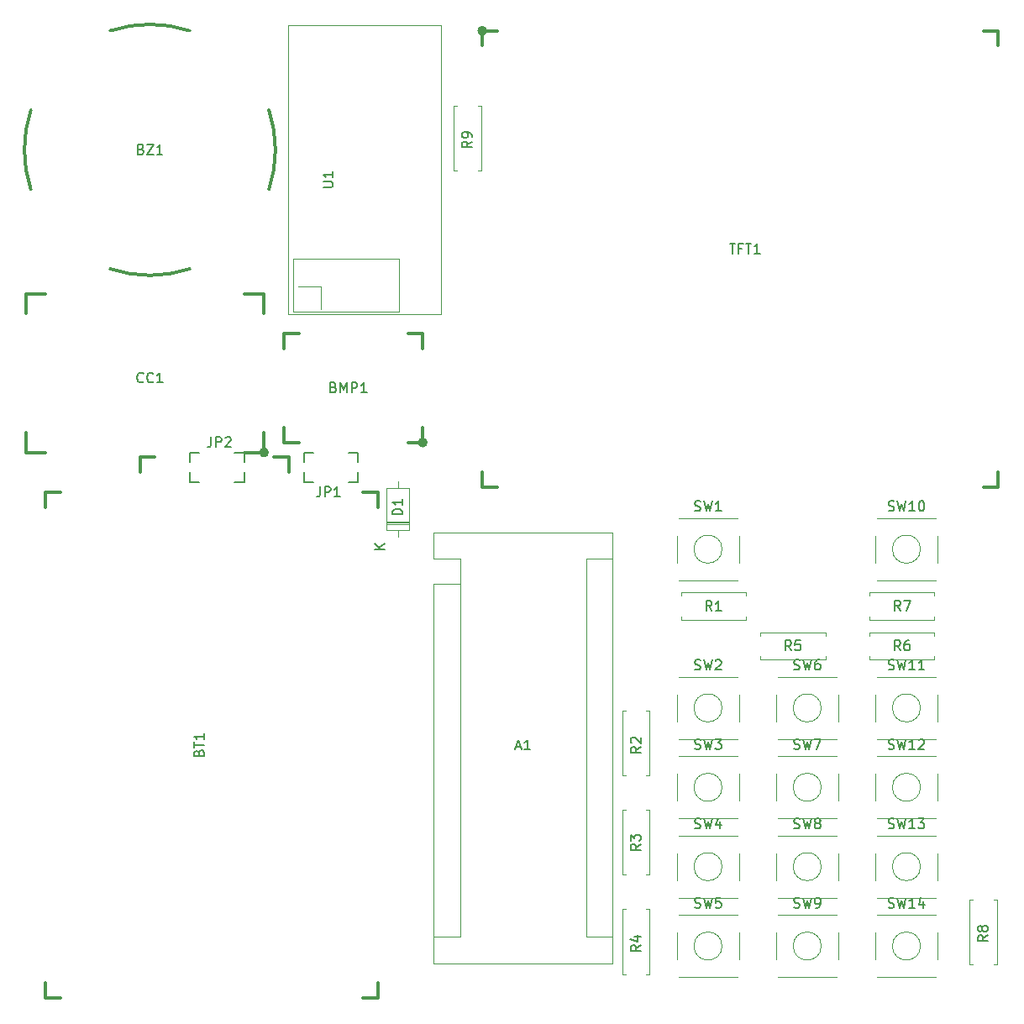
<source format=gbr>
G04 #@! TF.GenerationSoftware,KiCad,Pcbnew,5.0.1*
G04 #@! TF.CreationDate,2019-02-23T17:19:51+01:00*
G04 #@! TF.ProjectId,arduinowalkietalkie,61726475696E6F77616C6B696574616C,1.1*
G04 #@! TF.SameCoordinates,Original*
G04 #@! TF.FileFunction,Legend,Top*
G04 #@! TF.FilePolarity,Positive*
%FSLAX46Y46*%
G04 Gerber Fmt 4.6, Leading zero omitted, Abs format (unit mm)*
G04 Created by KiCad (PCBNEW 5.0.1) date Sat 23 Feb 2019 17:19:51 CET*
%MOMM*%
%LPD*%
G01*
G04 APERTURE LIST*
%ADD10C,0.300000*%
%ADD11C,0.500000*%
%ADD12C,0.150000*%
%ADD13C,0.120000*%
G04 APERTURE END LIST*
D10*
G04 #@! TO.C,TFT1*
X144500000Y-86500000D02*
X144500000Y-88000000D01*
X144500000Y-88000000D02*
X146000000Y-88000000D01*
X195000000Y-88000000D02*
X196500000Y-88000000D01*
X196500000Y-86500000D02*
X196500000Y-88000000D01*
X196500000Y-43500000D02*
X196500000Y-42000000D01*
X195000000Y-42000000D02*
X196500000Y-42000000D01*
X144500000Y-42000000D02*
X146000000Y-42000000D01*
X144500000Y-42000000D02*
X144500000Y-43500000D01*
D11*
X144750000Y-42000000D02*
G75*
G03X144750000Y-42000000I-250000J0D01*
G01*
D12*
G04 #@! TO.C,JP2*
X120500000Y-87500000D02*
X119500000Y-87500000D01*
X120500000Y-87500000D02*
X120500000Y-86500000D01*
X116000000Y-87500000D02*
X115000000Y-87500000D01*
X115000000Y-87500000D02*
X115000000Y-86500000D01*
X115000000Y-85500000D02*
X115000000Y-84500000D01*
X115000000Y-84500000D02*
X116000000Y-84500000D01*
X119500000Y-84500000D02*
X120500000Y-84500000D01*
X120500000Y-84500000D02*
X120500000Y-85500000D01*
D10*
G04 #@! TO.C,BZ1*
X99002105Y-58006304D02*
G75*
G02X99000001Y-50000001I11997895J4006304D01*
G01*
X106993696Y-42002105D02*
G75*
G02X114999999Y-42000001I4006304J-11997895D01*
G01*
X122997895Y-49993696D02*
G75*
G02X122999999Y-57999999I-11997895J-4006304D01*
G01*
X115006304Y-65997895D02*
G75*
G02X107000001Y-65999999I-4006304J11997895D01*
G01*
D13*
G04 #@! TO.C,R4*
X161040000Y-130540000D02*
X161370000Y-130540000D01*
X161370000Y-130540000D02*
X161370000Y-137080000D01*
X161370000Y-137080000D02*
X161040000Y-137080000D01*
X158960000Y-130540000D02*
X158630000Y-130540000D01*
X158630000Y-130540000D02*
X158630000Y-137080000D01*
X158630000Y-137080000D02*
X158960000Y-137080000D01*
G04 #@! TO.C,R3*
X158630000Y-127080000D02*
X158960000Y-127080000D01*
X158630000Y-120540000D02*
X158630000Y-127080000D01*
X158960000Y-120540000D02*
X158630000Y-120540000D01*
X161370000Y-127080000D02*
X161040000Y-127080000D01*
X161370000Y-120540000D02*
X161370000Y-127080000D01*
X161040000Y-120540000D02*
X161370000Y-120540000D01*
G04 #@! TO.C,R2*
X161040000Y-110540000D02*
X161370000Y-110540000D01*
X161370000Y-110540000D02*
X161370000Y-117080000D01*
X161370000Y-117080000D02*
X161040000Y-117080000D01*
X158960000Y-110540000D02*
X158630000Y-110540000D01*
X158630000Y-110540000D02*
X158630000Y-117080000D01*
X158630000Y-117080000D02*
X158960000Y-117080000D01*
G04 #@! TO.C,R1*
X171080000Y-101370000D02*
X171080000Y-101040000D01*
X164540000Y-101370000D02*
X171080000Y-101370000D01*
X164540000Y-101040000D02*
X164540000Y-101370000D01*
X171080000Y-98630000D02*
X171080000Y-98960000D01*
X164540000Y-98630000D02*
X171080000Y-98630000D01*
X164540000Y-98960000D02*
X164540000Y-98630000D01*
G04 #@! TO.C,R5*
X179080000Y-105040000D02*
X179080000Y-105370000D01*
X179080000Y-105370000D02*
X172540000Y-105370000D01*
X172540000Y-105370000D02*
X172540000Y-105040000D01*
X179080000Y-102960000D02*
X179080000Y-102630000D01*
X179080000Y-102630000D02*
X172540000Y-102630000D01*
X172540000Y-102630000D02*
X172540000Y-102960000D01*
G04 #@! TO.C,R6*
X183540000Y-98630000D02*
X183540000Y-98960000D01*
X190080000Y-98630000D02*
X183540000Y-98630000D01*
X190080000Y-98960000D02*
X190080000Y-98630000D01*
X183540000Y-101370000D02*
X183540000Y-101040000D01*
X190080000Y-101370000D02*
X183540000Y-101370000D01*
X190080000Y-101040000D02*
X190080000Y-101370000D01*
G04 #@! TO.C,R7*
X183540000Y-102960000D02*
X183540000Y-102630000D01*
X183540000Y-102630000D02*
X190080000Y-102630000D01*
X190080000Y-102630000D02*
X190080000Y-102960000D01*
X183540000Y-105040000D02*
X183540000Y-105370000D01*
X183540000Y-105370000D02*
X190080000Y-105370000D01*
X190080000Y-105370000D02*
X190080000Y-105040000D01*
G04 #@! TO.C,R8*
X193630000Y-136080000D02*
X193960000Y-136080000D01*
X193630000Y-129540000D02*
X193630000Y-136080000D01*
X193960000Y-129540000D02*
X193630000Y-129540000D01*
X196370000Y-136080000D02*
X196040000Y-136080000D01*
X196370000Y-129540000D02*
X196370000Y-136080000D01*
X196040000Y-129540000D02*
X196370000Y-129540000D01*
G04 #@! TO.C,R9*
X144040000Y-49540000D02*
X144370000Y-49540000D01*
X144370000Y-49540000D02*
X144370000Y-56080000D01*
X144370000Y-56080000D02*
X144040000Y-56080000D01*
X141960000Y-49540000D02*
X141630000Y-49540000D01*
X141630000Y-49540000D02*
X141630000Y-56080000D01*
X141630000Y-56080000D02*
X141960000Y-56080000D01*
G04 #@! TO.C,A1*
X157640000Y-92560000D02*
X139600000Y-92560000D01*
X157640000Y-136000000D02*
X157640000Y-92560000D01*
X139600000Y-136000000D02*
X157640000Y-136000000D01*
X142270000Y-133330000D02*
X139600000Y-133330000D01*
X142270000Y-97770000D02*
X142270000Y-133330000D01*
X142270000Y-97770000D02*
X139600000Y-97770000D01*
X154970000Y-133330000D02*
X157640000Y-133330000D01*
X154970000Y-95230000D02*
X154970000Y-133330000D01*
X154970000Y-95230000D02*
X157640000Y-95230000D01*
X139600000Y-92560000D02*
X139600000Y-95230000D01*
X139600000Y-97770000D02*
X139600000Y-136000000D01*
X142270000Y-95230000D02*
X139600000Y-95230000D01*
X142270000Y-97770000D02*
X142270000Y-95230000D01*
D10*
G04 #@! TO.C,BMP1*
X138500000Y-74000000D02*
X138500000Y-72500000D01*
X137000000Y-72500000D02*
X138500000Y-72500000D01*
X124500000Y-72500000D02*
X126000000Y-72500000D01*
X124500000Y-72500000D02*
X124500000Y-74000000D01*
X124500000Y-82000000D02*
X124500000Y-83500000D01*
X126000000Y-83500000D02*
X124500000Y-83500000D01*
X138500000Y-83500000D02*
X138500000Y-82000000D01*
X138500000Y-83500000D02*
X137000000Y-83500000D01*
D11*
X138750000Y-83500000D02*
G75*
G03X138750000Y-83500000I-250000J0D01*
G01*
D10*
G04 #@! TO.C,BT1*
X134000000Y-90000000D02*
X134000000Y-88500000D01*
X132500000Y-88500000D02*
X134000000Y-88500000D01*
X132500000Y-139500000D02*
X134000000Y-139500000D01*
X134000000Y-138000000D02*
X134000000Y-139500000D01*
X102000000Y-139500000D02*
X100500000Y-139500000D01*
X100500000Y-138000000D02*
X100500000Y-139500000D01*
X100500000Y-90000000D02*
X100500000Y-88500000D01*
X102000000Y-88500000D02*
X100500000Y-88500000D01*
X110000000Y-86500000D02*
X110000000Y-85000000D01*
X111500000Y-85000000D02*
X110000000Y-85000000D01*
X125000000Y-85000000D02*
X125000000Y-86500000D01*
X125000000Y-85000000D02*
X123500000Y-85000000D01*
G04 #@! TO.C,CC1*
X98500000Y-82500000D02*
X98500000Y-84500000D01*
X100500000Y-84500000D02*
X98500000Y-84500000D01*
X100500000Y-68500000D02*
X98500000Y-68500000D01*
X98500000Y-70500000D02*
X98500000Y-68500000D01*
X120500000Y-68500000D02*
X122500000Y-68500000D01*
X122500000Y-70500000D02*
X122500000Y-68500000D01*
X122500000Y-82500000D02*
X122500000Y-84500000D01*
X122500000Y-84500000D02*
X120500000Y-84500000D01*
D11*
X122750000Y-84500000D02*
G75*
G03X122750000Y-84500000I-250000J0D01*
G01*
D13*
G04 #@! TO.C,D1*
X134880000Y-91710000D02*
X137120000Y-91710000D01*
X134880000Y-91470000D02*
X137120000Y-91470000D01*
X134880000Y-91590000D02*
X137120000Y-91590000D01*
X136000000Y-87420000D02*
X136000000Y-88070000D01*
X136000000Y-92960000D02*
X136000000Y-92310000D01*
X134880000Y-88070000D02*
X134880000Y-92310000D01*
X137120000Y-88070000D02*
X134880000Y-88070000D01*
X137120000Y-92310000D02*
X137120000Y-88070000D01*
X134880000Y-92310000D02*
X137120000Y-92310000D01*
D12*
G04 #@! TO.C,JP1*
X126500000Y-87500000D02*
X126500000Y-86500000D01*
X127500000Y-87500000D02*
X126500000Y-87500000D01*
X132000000Y-87500000D02*
X131000000Y-87500000D01*
X132000000Y-86500000D02*
X132000000Y-87500000D01*
X132000000Y-84500000D02*
X132000000Y-85500000D01*
X131000000Y-84500000D02*
X132000000Y-84500000D01*
X126500000Y-84500000D02*
X126500000Y-85500000D01*
X126500000Y-84500000D02*
X127500000Y-84500000D01*
D13*
G04 #@! TO.C,SW1*
X170370000Y-92910000D02*
X170370000Y-95590000D01*
X164130000Y-95590000D02*
X164130000Y-92910000D01*
X164280000Y-91130000D02*
X170220000Y-91130000D01*
X164280000Y-97370000D02*
X170220000Y-97370000D01*
X168664214Y-94250000D02*
G75*
G03X168664214Y-94250000I-1414214J0D01*
G01*
G04 #@! TO.C,SW2*
X170370000Y-108910000D02*
X170370000Y-111590000D01*
X164130000Y-111590000D02*
X164130000Y-108910000D01*
X164280000Y-107130000D02*
X170220000Y-107130000D01*
X164280000Y-113370000D02*
X170220000Y-113370000D01*
X168664214Y-110250000D02*
G75*
G03X168664214Y-110250000I-1414214J0D01*
G01*
G04 #@! TO.C,SW3*
X170370000Y-116910000D02*
X170370000Y-119590000D01*
X164130000Y-119590000D02*
X164130000Y-116910000D01*
X164280000Y-115130000D02*
X170220000Y-115130000D01*
X164280000Y-121370000D02*
X170220000Y-121370000D01*
X168664214Y-118250000D02*
G75*
G03X168664214Y-118250000I-1414214J0D01*
G01*
G04 #@! TO.C,SW4*
X170370000Y-124910000D02*
X170370000Y-127590000D01*
X164130000Y-127590000D02*
X164130000Y-124910000D01*
X164280000Y-123130000D02*
X170220000Y-123130000D01*
X164280000Y-129370000D02*
X170220000Y-129370000D01*
X168664214Y-126250000D02*
G75*
G03X168664214Y-126250000I-1414214J0D01*
G01*
G04 #@! TO.C,SW5*
X170370000Y-132910000D02*
X170370000Y-135590000D01*
X164130000Y-135590000D02*
X164130000Y-132910000D01*
X164280000Y-131130000D02*
X170220000Y-131130000D01*
X164280000Y-137370000D02*
X170220000Y-137370000D01*
X168664214Y-134250000D02*
G75*
G03X168664214Y-134250000I-1414214J0D01*
G01*
G04 #@! TO.C,SW6*
X180370000Y-108910000D02*
X180370000Y-111590000D01*
X174130000Y-111590000D02*
X174130000Y-108910000D01*
X174280000Y-107130000D02*
X180220000Y-107130000D01*
X174280000Y-113370000D02*
X180220000Y-113370000D01*
X178664214Y-110250000D02*
G75*
G03X178664214Y-110250000I-1414214J0D01*
G01*
G04 #@! TO.C,SW7*
X180370000Y-116910000D02*
X180370000Y-119590000D01*
X174130000Y-119590000D02*
X174130000Y-116910000D01*
X174280000Y-115130000D02*
X180220000Y-115130000D01*
X174280000Y-121370000D02*
X180220000Y-121370000D01*
X178664214Y-118250000D02*
G75*
G03X178664214Y-118250000I-1414214J0D01*
G01*
G04 #@! TO.C,SW8*
X180370000Y-124910000D02*
X180370000Y-127590000D01*
X174130000Y-127590000D02*
X174130000Y-124910000D01*
X174280000Y-123130000D02*
X180220000Y-123130000D01*
X174280000Y-129370000D02*
X180220000Y-129370000D01*
X178664214Y-126250000D02*
G75*
G03X178664214Y-126250000I-1414214J0D01*
G01*
G04 #@! TO.C,SW9*
X180370000Y-132910000D02*
X180370000Y-135590000D01*
X174130000Y-135590000D02*
X174130000Y-132910000D01*
X174280000Y-131130000D02*
X180220000Y-131130000D01*
X174280000Y-137370000D02*
X180220000Y-137370000D01*
X178664214Y-134250000D02*
G75*
G03X178664214Y-134250000I-1414214J0D01*
G01*
G04 #@! TO.C,SW10*
X190370000Y-92910000D02*
X190370000Y-95590000D01*
X184130000Y-95590000D02*
X184130000Y-92910000D01*
X184280000Y-91130000D02*
X190220000Y-91130000D01*
X184280000Y-97370000D02*
X190220000Y-97370000D01*
X188664214Y-94250000D02*
G75*
G03X188664214Y-94250000I-1414214J0D01*
G01*
G04 #@! TO.C,SW11*
X190370000Y-108910000D02*
X190370000Y-111590000D01*
X184130000Y-111590000D02*
X184130000Y-108910000D01*
X184280000Y-107130000D02*
X190220000Y-107130000D01*
X184280000Y-113370000D02*
X190220000Y-113370000D01*
X188664214Y-110250000D02*
G75*
G03X188664214Y-110250000I-1414214J0D01*
G01*
G04 #@! TO.C,SW12*
X190370000Y-116910000D02*
X190370000Y-119590000D01*
X184130000Y-119590000D02*
X184130000Y-116910000D01*
X184280000Y-115130000D02*
X190220000Y-115130000D01*
X184280000Y-121370000D02*
X190220000Y-121370000D01*
X188664214Y-118250000D02*
G75*
G03X188664214Y-118250000I-1414214J0D01*
G01*
G04 #@! TO.C,SW13*
X190370000Y-124910000D02*
X190370000Y-127590000D01*
X184130000Y-127590000D02*
X184130000Y-124910000D01*
X184280000Y-123130000D02*
X190220000Y-123130000D01*
X184280000Y-129370000D02*
X190220000Y-129370000D01*
X188664214Y-126250000D02*
G75*
G03X188664214Y-126250000I-1414214J0D01*
G01*
G04 #@! TO.C,SW14*
X190370000Y-132910000D02*
X190370000Y-135590000D01*
X184130000Y-135590000D02*
X184130000Y-132910000D01*
X184280000Y-131130000D02*
X190220000Y-131130000D01*
X184280000Y-137370000D02*
X190220000Y-137370000D01*
X188664214Y-134250000D02*
G75*
G03X188664214Y-134250000I-1414214J0D01*
G01*
G04 #@! TO.C,U1*
X125476000Y-70270000D02*
X125476000Y-70270000D01*
X136144000Y-70270000D02*
X125476000Y-70270000D01*
X124900000Y-70600000D02*
X124900000Y-70600000D01*
X140350000Y-70600000D02*
X124900000Y-70600000D01*
X140350000Y-41400000D02*
X140350000Y-70600000D01*
X124900000Y-41400000D02*
X140350000Y-41400000D01*
X124900000Y-70600000D02*
X124900000Y-41400000D01*
X128270000Y-70016000D02*
X128270000Y-70016000D01*
X128270000Y-67730000D02*
X128270000Y-70016000D01*
X125984000Y-67730000D02*
X128270000Y-67730000D01*
X136144000Y-70270000D02*
X136144000Y-70270000D01*
X136144000Y-64936000D02*
X136144000Y-70270000D01*
X125476000Y-64936000D02*
X136144000Y-64936000D01*
X125476000Y-70270000D02*
X125476000Y-64936000D01*
G04 #@! TO.C,TFT1*
D12*
X169428571Y-63452380D02*
X170000000Y-63452380D01*
X169714285Y-64452380D02*
X169714285Y-63452380D01*
X170666666Y-63928571D02*
X170333333Y-63928571D01*
X170333333Y-64452380D02*
X170333333Y-63452380D01*
X170809523Y-63452380D01*
X171047619Y-63452380D02*
X171619047Y-63452380D01*
X171333333Y-64452380D02*
X171333333Y-63452380D01*
X172476190Y-64452380D02*
X171904761Y-64452380D01*
X172190476Y-64452380D02*
X172190476Y-63452380D01*
X172095238Y-63595238D01*
X172000000Y-63690476D01*
X171904761Y-63738095D01*
G04 #@! TO.C,JP2*
X117166666Y-82952380D02*
X117166666Y-83666666D01*
X117119047Y-83809523D01*
X117023809Y-83904761D01*
X116880952Y-83952380D01*
X116785714Y-83952380D01*
X117642857Y-83952380D02*
X117642857Y-82952380D01*
X118023809Y-82952380D01*
X118119047Y-83000000D01*
X118166666Y-83047619D01*
X118214285Y-83142857D01*
X118214285Y-83285714D01*
X118166666Y-83380952D01*
X118119047Y-83428571D01*
X118023809Y-83476190D01*
X117642857Y-83476190D01*
X118595238Y-83047619D02*
X118642857Y-83000000D01*
X118738095Y-82952380D01*
X118976190Y-82952380D01*
X119071428Y-83000000D01*
X119119047Y-83047619D01*
X119166666Y-83142857D01*
X119166666Y-83238095D01*
X119119047Y-83380952D01*
X118547619Y-83952380D01*
X119166666Y-83952380D01*
G04 #@! TO.C,BZ1*
X110119047Y-53928571D02*
X110261904Y-53976190D01*
X110309523Y-54023809D01*
X110357142Y-54119047D01*
X110357142Y-54261904D01*
X110309523Y-54357142D01*
X110261904Y-54404761D01*
X110166666Y-54452380D01*
X109785714Y-54452380D01*
X109785714Y-53452380D01*
X110119047Y-53452380D01*
X110214285Y-53500000D01*
X110261904Y-53547619D01*
X110309523Y-53642857D01*
X110309523Y-53738095D01*
X110261904Y-53833333D01*
X110214285Y-53880952D01*
X110119047Y-53928571D01*
X109785714Y-53928571D01*
X110690476Y-53452380D02*
X111357142Y-53452380D01*
X110690476Y-54452380D01*
X111357142Y-54452380D01*
X112261904Y-54452380D02*
X111690476Y-54452380D01*
X111976190Y-54452380D02*
X111976190Y-53452380D01*
X111880952Y-53595238D01*
X111785714Y-53690476D01*
X111690476Y-53738095D01*
G04 #@! TO.C,R4*
X160452380Y-134166666D02*
X159976190Y-134500000D01*
X160452380Y-134738095D02*
X159452380Y-134738095D01*
X159452380Y-134357142D01*
X159500000Y-134261904D01*
X159547619Y-134214285D01*
X159642857Y-134166666D01*
X159785714Y-134166666D01*
X159880952Y-134214285D01*
X159928571Y-134261904D01*
X159976190Y-134357142D01*
X159976190Y-134738095D01*
X159785714Y-133309523D02*
X160452380Y-133309523D01*
X159404761Y-133547619D02*
X160119047Y-133785714D01*
X160119047Y-133166666D01*
G04 #@! TO.C,R3*
X160452380Y-123976666D02*
X159976190Y-124310000D01*
X160452380Y-124548095D02*
X159452380Y-124548095D01*
X159452380Y-124167142D01*
X159500000Y-124071904D01*
X159547619Y-124024285D01*
X159642857Y-123976666D01*
X159785714Y-123976666D01*
X159880952Y-124024285D01*
X159928571Y-124071904D01*
X159976190Y-124167142D01*
X159976190Y-124548095D01*
X159452380Y-123643333D02*
X159452380Y-123024285D01*
X159833333Y-123357619D01*
X159833333Y-123214761D01*
X159880952Y-123119523D01*
X159928571Y-123071904D01*
X160023809Y-123024285D01*
X160261904Y-123024285D01*
X160357142Y-123071904D01*
X160404761Y-123119523D01*
X160452380Y-123214761D01*
X160452380Y-123500476D01*
X160404761Y-123595714D01*
X160357142Y-123643333D01*
G04 #@! TO.C,R2*
X160452380Y-114166666D02*
X159976190Y-114500000D01*
X160452380Y-114738095D02*
X159452380Y-114738095D01*
X159452380Y-114357142D01*
X159500000Y-114261904D01*
X159547619Y-114214285D01*
X159642857Y-114166666D01*
X159785714Y-114166666D01*
X159880952Y-114214285D01*
X159928571Y-114261904D01*
X159976190Y-114357142D01*
X159976190Y-114738095D01*
X159547619Y-113785714D02*
X159500000Y-113738095D01*
X159452380Y-113642857D01*
X159452380Y-113404761D01*
X159500000Y-113309523D01*
X159547619Y-113261904D01*
X159642857Y-113214285D01*
X159738095Y-113214285D01*
X159880952Y-113261904D01*
X160452380Y-113833333D01*
X160452380Y-113214285D01*
G04 #@! TO.C,R1*
X167643333Y-100452380D02*
X167310000Y-99976190D01*
X167071904Y-100452380D02*
X167071904Y-99452380D01*
X167452857Y-99452380D01*
X167548095Y-99500000D01*
X167595714Y-99547619D01*
X167643333Y-99642857D01*
X167643333Y-99785714D01*
X167595714Y-99880952D01*
X167548095Y-99928571D01*
X167452857Y-99976190D01*
X167071904Y-99976190D01*
X168595714Y-100452380D02*
X168024285Y-100452380D01*
X168310000Y-100452380D02*
X168310000Y-99452380D01*
X168214761Y-99595238D01*
X168119523Y-99690476D01*
X168024285Y-99738095D01*
G04 #@! TO.C,R5*
X175643333Y-104452380D02*
X175310000Y-103976190D01*
X175071904Y-104452380D02*
X175071904Y-103452380D01*
X175452857Y-103452380D01*
X175548095Y-103500000D01*
X175595714Y-103547619D01*
X175643333Y-103642857D01*
X175643333Y-103785714D01*
X175595714Y-103880952D01*
X175548095Y-103928571D01*
X175452857Y-103976190D01*
X175071904Y-103976190D01*
X176548095Y-103452380D02*
X176071904Y-103452380D01*
X176024285Y-103928571D01*
X176071904Y-103880952D01*
X176167142Y-103833333D01*
X176405238Y-103833333D01*
X176500476Y-103880952D01*
X176548095Y-103928571D01*
X176595714Y-104023809D01*
X176595714Y-104261904D01*
X176548095Y-104357142D01*
X176500476Y-104404761D01*
X176405238Y-104452380D01*
X176167142Y-104452380D01*
X176071904Y-104404761D01*
X176024285Y-104357142D01*
G04 #@! TO.C,R6*
X186643333Y-104452380D02*
X186310000Y-103976190D01*
X186071904Y-104452380D02*
X186071904Y-103452380D01*
X186452857Y-103452380D01*
X186548095Y-103500000D01*
X186595714Y-103547619D01*
X186643333Y-103642857D01*
X186643333Y-103785714D01*
X186595714Y-103880952D01*
X186548095Y-103928571D01*
X186452857Y-103976190D01*
X186071904Y-103976190D01*
X187500476Y-103452380D02*
X187310000Y-103452380D01*
X187214761Y-103500000D01*
X187167142Y-103547619D01*
X187071904Y-103690476D01*
X187024285Y-103880952D01*
X187024285Y-104261904D01*
X187071904Y-104357142D01*
X187119523Y-104404761D01*
X187214761Y-104452380D01*
X187405238Y-104452380D01*
X187500476Y-104404761D01*
X187548095Y-104357142D01*
X187595714Y-104261904D01*
X187595714Y-104023809D01*
X187548095Y-103928571D01*
X187500476Y-103880952D01*
X187405238Y-103833333D01*
X187214761Y-103833333D01*
X187119523Y-103880952D01*
X187071904Y-103928571D01*
X187024285Y-104023809D01*
G04 #@! TO.C,R7*
X186643333Y-100452380D02*
X186310000Y-99976190D01*
X186071904Y-100452380D02*
X186071904Y-99452380D01*
X186452857Y-99452380D01*
X186548095Y-99500000D01*
X186595714Y-99547619D01*
X186643333Y-99642857D01*
X186643333Y-99785714D01*
X186595714Y-99880952D01*
X186548095Y-99928571D01*
X186452857Y-99976190D01*
X186071904Y-99976190D01*
X186976666Y-99452380D02*
X187643333Y-99452380D01*
X187214761Y-100452380D01*
G04 #@! TO.C,R8*
X195452380Y-133166666D02*
X194976190Y-133500000D01*
X195452380Y-133738095D02*
X194452380Y-133738095D01*
X194452380Y-133357142D01*
X194500000Y-133261904D01*
X194547619Y-133214285D01*
X194642857Y-133166666D01*
X194785714Y-133166666D01*
X194880952Y-133214285D01*
X194928571Y-133261904D01*
X194976190Y-133357142D01*
X194976190Y-133738095D01*
X194880952Y-132595238D02*
X194833333Y-132690476D01*
X194785714Y-132738095D01*
X194690476Y-132785714D01*
X194642857Y-132785714D01*
X194547619Y-132738095D01*
X194500000Y-132690476D01*
X194452380Y-132595238D01*
X194452380Y-132404761D01*
X194500000Y-132309523D01*
X194547619Y-132261904D01*
X194642857Y-132214285D01*
X194690476Y-132214285D01*
X194785714Y-132261904D01*
X194833333Y-132309523D01*
X194880952Y-132404761D01*
X194880952Y-132595238D01*
X194928571Y-132690476D01*
X194976190Y-132738095D01*
X195071428Y-132785714D01*
X195261904Y-132785714D01*
X195357142Y-132738095D01*
X195404761Y-132690476D01*
X195452380Y-132595238D01*
X195452380Y-132404761D01*
X195404761Y-132309523D01*
X195357142Y-132261904D01*
X195261904Y-132214285D01*
X195071428Y-132214285D01*
X194976190Y-132261904D01*
X194928571Y-132309523D01*
X194880952Y-132404761D01*
G04 #@! TO.C,R9*
X143452380Y-53166666D02*
X142976190Y-53500000D01*
X143452380Y-53738095D02*
X142452380Y-53738095D01*
X142452380Y-53357142D01*
X142500000Y-53261904D01*
X142547619Y-53214285D01*
X142642857Y-53166666D01*
X142785714Y-53166666D01*
X142880952Y-53214285D01*
X142928571Y-53261904D01*
X142976190Y-53357142D01*
X142976190Y-53738095D01*
X143452380Y-52690476D02*
X143452380Y-52500000D01*
X143404761Y-52404761D01*
X143357142Y-52357142D01*
X143214285Y-52261904D01*
X143023809Y-52214285D01*
X142642857Y-52214285D01*
X142547619Y-52261904D01*
X142500000Y-52309523D01*
X142452380Y-52404761D01*
X142452380Y-52595238D01*
X142500000Y-52690476D01*
X142547619Y-52738095D01*
X142642857Y-52785714D01*
X142880952Y-52785714D01*
X142976190Y-52738095D01*
X143023809Y-52690476D01*
X143071428Y-52595238D01*
X143071428Y-52404761D01*
X143023809Y-52309523D01*
X142976190Y-52261904D01*
X142880952Y-52214285D01*
G04 #@! TO.C,A1*
X147905714Y-114166666D02*
X148381904Y-114166666D01*
X147810476Y-114452380D02*
X148143809Y-113452380D01*
X148477142Y-114452380D01*
X149334285Y-114452380D02*
X148762857Y-114452380D01*
X149048571Y-114452380D02*
X149048571Y-113452380D01*
X148953333Y-113595238D01*
X148858095Y-113690476D01*
X148762857Y-113738095D01*
G04 #@! TO.C,BMP1*
X129523809Y-77928571D02*
X129666666Y-77976190D01*
X129714285Y-78023809D01*
X129761904Y-78119047D01*
X129761904Y-78261904D01*
X129714285Y-78357142D01*
X129666666Y-78404761D01*
X129571428Y-78452380D01*
X129190476Y-78452380D01*
X129190476Y-77452380D01*
X129523809Y-77452380D01*
X129619047Y-77500000D01*
X129666666Y-77547619D01*
X129714285Y-77642857D01*
X129714285Y-77738095D01*
X129666666Y-77833333D01*
X129619047Y-77880952D01*
X129523809Y-77928571D01*
X129190476Y-77928571D01*
X130190476Y-78452380D02*
X130190476Y-77452380D01*
X130523809Y-78166666D01*
X130857142Y-77452380D01*
X130857142Y-78452380D01*
X131333333Y-78452380D02*
X131333333Y-77452380D01*
X131714285Y-77452380D01*
X131809523Y-77500000D01*
X131857142Y-77547619D01*
X131904761Y-77642857D01*
X131904761Y-77785714D01*
X131857142Y-77880952D01*
X131809523Y-77928571D01*
X131714285Y-77976190D01*
X131333333Y-77976190D01*
X132857142Y-78452380D02*
X132285714Y-78452380D01*
X132571428Y-78452380D02*
X132571428Y-77452380D01*
X132476190Y-77595238D01*
X132380952Y-77690476D01*
X132285714Y-77738095D01*
G04 #@! TO.C,BT1*
X115928571Y-114785714D02*
X115976190Y-114642857D01*
X116023809Y-114595238D01*
X116119047Y-114547619D01*
X116261904Y-114547619D01*
X116357142Y-114595238D01*
X116404761Y-114642857D01*
X116452380Y-114738095D01*
X116452380Y-115119047D01*
X115452380Y-115119047D01*
X115452380Y-114785714D01*
X115500000Y-114690476D01*
X115547619Y-114642857D01*
X115642857Y-114595238D01*
X115738095Y-114595238D01*
X115833333Y-114642857D01*
X115880952Y-114690476D01*
X115928571Y-114785714D01*
X115928571Y-115119047D01*
X115452380Y-114261904D02*
X115452380Y-113690476D01*
X116452380Y-113976190D02*
X115452380Y-113976190D01*
X116452380Y-112833333D02*
X116452380Y-113404761D01*
X116452380Y-113119047D02*
X115452380Y-113119047D01*
X115595238Y-113214285D01*
X115690476Y-113309523D01*
X115738095Y-113404761D01*
G04 #@! TO.C,CC1*
X110333333Y-77357142D02*
X110285714Y-77404761D01*
X110142857Y-77452380D01*
X110047619Y-77452380D01*
X109904761Y-77404761D01*
X109809523Y-77309523D01*
X109761904Y-77214285D01*
X109714285Y-77023809D01*
X109714285Y-76880952D01*
X109761904Y-76690476D01*
X109809523Y-76595238D01*
X109904761Y-76500000D01*
X110047619Y-76452380D01*
X110142857Y-76452380D01*
X110285714Y-76500000D01*
X110333333Y-76547619D01*
X111333333Y-77357142D02*
X111285714Y-77404761D01*
X111142857Y-77452380D01*
X111047619Y-77452380D01*
X110904761Y-77404761D01*
X110809523Y-77309523D01*
X110761904Y-77214285D01*
X110714285Y-77023809D01*
X110714285Y-76880952D01*
X110761904Y-76690476D01*
X110809523Y-76595238D01*
X110904761Y-76500000D01*
X111047619Y-76452380D01*
X111142857Y-76452380D01*
X111285714Y-76500000D01*
X111333333Y-76547619D01*
X112285714Y-77452380D02*
X111714285Y-77452380D01*
X112000000Y-77452380D02*
X112000000Y-76452380D01*
X111904761Y-76595238D01*
X111809523Y-76690476D01*
X111714285Y-76738095D01*
G04 #@! TO.C,D1*
X136452380Y-90738095D02*
X135452380Y-90738095D01*
X135452380Y-90500000D01*
X135500000Y-90357142D01*
X135595238Y-90261904D01*
X135690476Y-90214285D01*
X135880952Y-90166666D01*
X136023809Y-90166666D01*
X136214285Y-90214285D01*
X136309523Y-90261904D01*
X136404761Y-90357142D01*
X136452380Y-90500000D01*
X136452380Y-90738095D01*
X136452380Y-89214285D02*
X136452380Y-89785714D01*
X136452380Y-89500000D02*
X135452380Y-89500000D01*
X135595238Y-89595238D01*
X135690476Y-89690476D01*
X135738095Y-89785714D01*
X134652380Y-94261904D02*
X133652380Y-94261904D01*
X134652380Y-93690476D02*
X134080952Y-94119047D01*
X133652380Y-93690476D02*
X134223809Y-94261904D01*
G04 #@! TO.C,JP1*
X128166666Y-87952380D02*
X128166666Y-88666666D01*
X128119047Y-88809523D01*
X128023809Y-88904761D01*
X127880952Y-88952380D01*
X127785714Y-88952380D01*
X128642857Y-88952380D02*
X128642857Y-87952380D01*
X129023809Y-87952380D01*
X129119047Y-88000000D01*
X129166666Y-88047619D01*
X129214285Y-88142857D01*
X129214285Y-88285714D01*
X129166666Y-88380952D01*
X129119047Y-88428571D01*
X129023809Y-88476190D01*
X128642857Y-88476190D01*
X130166666Y-88952380D02*
X129595238Y-88952380D01*
X129880952Y-88952380D02*
X129880952Y-87952380D01*
X129785714Y-88095238D01*
X129690476Y-88190476D01*
X129595238Y-88238095D01*
G04 #@! TO.C,SW1*
X165916666Y-90354761D02*
X166059523Y-90402380D01*
X166297619Y-90402380D01*
X166392857Y-90354761D01*
X166440476Y-90307142D01*
X166488095Y-90211904D01*
X166488095Y-90116666D01*
X166440476Y-90021428D01*
X166392857Y-89973809D01*
X166297619Y-89926190D01*
X166107142Y-89878571D01*
X166011904Y-89830952D01*
X165964285Y-89783333D01*
X165916666Y-89688095D01*
X165916666Y-89592857D01*
X165964285Y-89497619D01*
X166011904Y-89450000D01*
X166107142Y-89402380D01*
X166345238Y-89402380D01*
X166488095Y-89450000D01*
X166821428Y-89402380D02*
X167059523Y-90402380D01*
X167250000Y-89688095D01*
X167440476Y-90402380D01*
X167678571Y-89402380D01*
X168583333Y-90402380D02*
X168011904Y-90402380D01*
X168297619Y-90402380D02*
X168297619Y-89402380D01*
X168202380Y-89545238D01*
X168107142Y-89640476D01*
X168011904Y-89688095D01*
G04 #@! TO.C,SW2*
X165916666Y-106354761D02*
X166059523Y-106402380D01*
X166297619Y-106402380D01*
X166392857Y-106354761D01*
X166440476Y-106307142D01*
X166488095Y-106211904D01*
X166488095Y-106116666D01*
X166440476Y-106021428D01*
X166392857Y-105973809D01*
X166297619Y-105926190D01*
X166107142Y-105878571D01*
X166011904Y-105830952D01*
X165964285Y-105783333D01*
X165916666Y-105688095D01*
X165916666Y-105592857D01*
X165964285Y-105497619D01*
X166011904Y-105450000D01*
X166107142Y-105402380D01*
X166345238Y-105402380D01*
X166488095Y-105450000D01*
X166821428Y-105402380D02*
X167059523Y-106402380D01*
X167250000Y-105688095D01*
X167440476Y-106402380D01*
X167678571Y-105402380D01*
X168011904Y-105497619D02*
X168059523Y-105450000D01*
X168154761Y-105402380D01*
X168392857Y-105402380D01*
X168488095Y-105450000D01*
X168535714Y-105497619D01*
X168583333Y-105592857D01*
X168583333Y-105688095D01*
X168535714Y-105830952D01*
X167964285Y-106402380D01*
X168583333Y-106402380D01*
G04 #@! TO.C,SW3*
X165916666Y-114354761D02*
X166059523Y-114402380D01*
X166297619Y-114402380D01*
X166392857Y-114354761D01*
X166440476Y-114307142D01*
X166488095Y-114211904D01*
X166488095Y-114116666D01*
X166440476Y-114021428D01*
X166392857Y-113973809D01*
X166297619Y-113926190D01*
X166107142Y-113878571D01*
X166011904Y-113830952D01*
X165964285Y-113783333D01*
X165916666Y-113688095D01*
X165916666Y-113592857D01*
X165964285Y-113497619D01*
X166011904Y-113450000D01*
X166107142Y-113402380D01*
X166345238Y-113402380D01*
X166488095Y-113450000D01*
X166821428Y-113402380D02*
X167059523Y-114402380D01*
X167250000Y-113688095D01*
X167440476Y-114402380D01*
X167678571Y-113402380D01*
X167964285Y-113402380D02*
X168583333Y-113402380D01*
X168250000Y-113783333D01*
X168392857Y-113783333D01*
X168488095Y-113830952D01*
X168535714Y-113878571D01*
X168583333Y-113973809D01*
X168583333Y-114211904D01*
X168535714Y-114307142D01*
X168488095Y-114354761D01*
X168392857Y-114402380D01*
X168107142Y-114402380D01*
X168011904Y-114354761D01*
X167964285Y-114307142D01*
G04 #@! TO.C,SW4*
X165916666Y-122354761D02*
X166059523Y-122402380D01*
X166297619Y-122402380D01*
X166392857Y-122354761D01*
X166440476Y-122307142D01*
X166488095Y-122211904D01*
X166488095Y-122116666D01*
X166440476Y-122021428D01*
X166392857Y-121973809D01*
X166297619Y-121926190D01*
X166107142Y-121878571D01*
X166011904Y-121830952D01*
X165964285Y-121783333D01*
X165916666Y-121688095D01*
X165916666Y-121592857D01*
X165964285Y-121497619D01*
X166011904Y-121450000D01*
X166107142Y-121402380D01*
X166345238Y-121402380D01*
X166488095Y-121450000D01*
X166821428Y-121402380D02*
X167059523Y-122402380D01*
X167250000Y-121688095D01*
X167440476Y-122402380D01*
X167678571Y-121402380D01*
X168488095Y-121735714D02*
X168488095Y-122402380D01*
X168250000Y-121354761D02*
X168011904Y-122069047D01*
X168630952Y-122069047D01*
G04 #@! TO.C,SW5*
X165916666Y-130354761D02*
X166059523Y-130402380D01*
X166297619Y-130402380D01*
X166392857Y-130354761D01*
X166440476Y-130307142D01*
X166488095Y-130211904D01*
X166488095Y-130116666D01*
X166440476Y-130021428D01*
X166392857Y-129973809D01*
X166297619Y-129926190D01*
X166107142Y-129878571D01*
X166011904Y-129830952D01*
X165964285Y-129783333D01*
X165916666Y-129688095D01*
X165916666Y-129592857D01*
X165964285Y-129497619D01*
X166011904Y-129450000D01*
X166107142Y-129402380D01*
X166345238Y-129402380D01*
X166488095Y-129450000D01*
X166821428Y-129402380D02*
X167059523Y-130402380D01*
X167250000Y-129688095D01*
X167440476Y-130402380D01*
X167678571Y-129402380D01*
X168535714Y-129402380D02*
X168059523Y-129402380D01*
X168011904Y-129878571D01*
X168059523Y-129830952D01*
X168154761Y-129783333D01*
X168392857Y-129783333D01*
X168488095Y-129830952D01*
X168535714Y-129878571D01*
X168583333Y-129973809D01*
X168583333Y-130211904D01*
X168535714Y-130307142D01*
X168488095Y-130354761D01*
X168392857Y-130402380D01*
X168154761Y-130402380D01*
X168059523Y-130354761D01*
X168011904Y-130307142D01*
G04 #@! TO.C,SW6*
X175916666Y-106354761D02*
X176059523Y-106402380D01*
X176297619Y-106402380D01*
X176392857Y-106354761D01*
X176440476Y-106307142D01*
X176488095Y-106211904D01*
X176488095Y-106116666D01*
X176440476Y-106021428D01*
X176392857Y-105973809D01*
X176297619Y-105926190D01*
X176107142Y-105878571D01*
X176011904Y-105830952D01*
X175964285Y-105783333D01*
X175916666Y-105688095D01*
X175916666Y-105592857D01*
X175964285Y-105497619D01*
X176011904Y-105450000D01*
X176107142Y-105402380D01*
X176345238Y-105402380D01*
X176488095Y-105450000D01*
X176821428Y-105402380D02*
X177059523Y-106402380D01*
X177250000Y-105688095D01*
X177440476Y-106402380D01*
X177678571Y-105402380D01*
X178488095Y-105402380D02*
X178297619Y-105402380D01*
X178202380Y-105450000D01*
X178154761Y-105497619D01*
X178059523Y-105640476D01*
X178011904Y-105830952D01*
X178011904Y-106211904D01*
X178059523Y-106307142D01*
X178107142Y-106354761D01*
X178202380Y-106402380D01*
X178392857Y-106402380D01*
X178488095Y-106354761D01*
X178535714Y-106307142D01*
X178583333Y-106211904D01*
X178583333Y-105973809D01*
X178535714Y-105878571D01*
X178488095Y-105830952D01*
X178392857Y-105783333D01*
X178202380Y-105783333D01*
X178107142Y-105830952D01*
X178059523Y-105878571D01*
X178011904Y-105973809D01*
G04 #@! TO.C,SW7*
X175916666Y-114354761D02*
X176059523Y-114402380D01*
X176297619Y-114402380D01*
X176392857Y-114354761D01*
X176440476Y-114307142D01*
X176488095Y-114211904D01*
X176488095Y-114116666D01*
X176440476Y-114021428D01*
X176392857Y-113973809D01*
X176297619Y-113926190D01*
X176107142Y-113878571D01*
X176011904Y-113830952D01*
X175964285Y-113783333D01*
X175916666Y-113688095D01*
X175916666Y-113592857D01*
X175964285Y-113497619D01*
X176011904Y-113450000D01*
X176107142Y-113402380D01*
X176345238Y-113402380D01*
X176488095Y-113450000D01*
X176821428Y-113402380D02*
X177059523Y-114402380D01*
X177250000Y-113688095D01*
X177440476Y-114402380D01*
X177678571Y-113402380D01*
X177964285Y-113402380D02*
X178630952Y-113402380D01*
X178202380Y-114402380D01*
G04 #@! TO.C,SW8*
X175916666Y-122354761D02*
X176059523Y-122402380D01*
X176297619Y-122402380D01*
X176392857Y-122354761D01*
X176440476Y-122307142D01*
X176488095Y-122211904D01*
X176488095Y-122116666D01*
X176440476Y-122021428D01*
X176392857Y-121973809D01*
X176297619Y-121926190D01*
X176107142Y-121878571D01*
X176011904Y-121830952D01*
X175964285Y-121783333D01*
X175916666Y-121688095D01*
X175916666Y-121592857D01*
X175964285Y-121497619D01*
X176011904Y-121450000D01*
X176107142Y-121402380D01*
X176345238Y-121402380D01*
X176488095Y-121450000D01*
X176821428Y-121402380D02*
X177059523Y-122402380D01*
X177250000Y-121688095D01*
X177440476Y-122402380D01*
X177678571Y-121402380D01*
X178202380Y-121830952D02*
X178107142Y-121783333D01*
X178059523Y-121735714D01*
X178011904Y-121640476D01*
X178011904Y-121592857D01*
X178059523Y-121497619D01*
X178107142Y-121450000D01*
X178202380Y-121402380D01*
X178392857Y-121402380D01*
X178488095Y-121450000D01*
X178535714Y-121497619D01*
X178583333Y-121592857D01*
X178583333Y-121640476D01*
X178535714Y-121735714D01*
X178488095Y-121783333D01*
X178392857Y-121830952D01*
X178202380Y-121830952D01*
X178107142Y-121878571D01*
X178059523Y-121926190D01*
X178011904Y-122021428D01*
X178011904Y-122211904D01*
X178059523Y-122307142D01*
X178107142Y-122354761D01*
X178202380Y-122402380D01*
X178392857Y-122402380D01*
X178488095Y-122354761D01*
X178535714Y-122307142D01*
X178583333Y-122211904D01*
X178583333Y-122021428D01*
X178535714Y-121926190D01*
X178488095Y-121878571D01*
X178392857Y-121830952D01*
G04 #@! TO.C,SW9*
X175916666Y-130354761D02*
X176059523Y-130402380D01*
X176297619Y-130402380D01*
X176392857Y-130354761D01*
X176440476Y-130307142D01*
X176488095Y-130211904D01*
X176488095Y-130116666D01*
X176440476Y-130021428D01*
X176392857Y-129973809D01*
X176297619Y-129926190D01*
X176107142Y-129878571D01*
X176011904Y-129830952D01*
X175964285Y-129783333D01*
X175916666Y-129688095D01*
X175916666Y-129592857D01*
X175964285Y-129497619D01*
X176011904Y-129450000D01*
X176107142Y-129402380D01*
X176345238Y-129402380D01*
X176488095Y-129450000D01*
X176821428Y-129402380D02*
X177059523Y-130402380D01*
X177250000Y-129688095D01*
X177440476Y-130402380D01*
X177678571Y-129402380D01*
X178107142Y-130402380D02*
X178297619Y-130402380D01*
X178392857Y-130354761D01*
X178440476Y-130307142D01*
X178535714Y-130164285D01*
X178583333Y-129973809D01*
X178583333Y-129592857D01*
X178535714Y-129497619D01*
X178488095Y-129450000D01*
X178392857Y-129402380D01*
X178202380Y-129402380D01*
X178107142Y-129450000D01*
X178059523Y-129497619D01*
X178011904Y-129592857D01*
X178011904Y-129830952D01*
X178059523Y-129926190D01*
X178107142Y-129973809D01*
X178202380Y-130021428D01*
X178392857Y-130021428D01*
X178488095Y-129973809D01*
X178535714Y-129926190D01*
X178583333Y-129830952D01*
G04 #@! TO.C,SW10*
X185440476Y-90354761D02*
X185583333Y-90402380D01*
X185821428Y-90402380D01*
X185916666Y-90354761D01*
X185964285Y-90307142D01*
X186011904Y-90211904D01*
X186011904Y-90116666D01*
X185964285Y-90021428D01*
X185916666Y-89973809D01*
X185821428Y-89926190D01*
X185630952Y-89878571D01*
X185535714Y-89830952D01*
X185488095Y-89783333D01*
X185440476Y-89688095D01*
X185440476Y-89592857D01*
X185488095Y-89497619D01*
X185535714Y-89450000D01*
X185630952Y-89402380D01*
X185869047Y-89402380D01*
X186011904Y-89450000D01*
X186345238Y-89402380D02*
X186583333Y-90402380D01*
X186773809Y-89688095D01*
X186964285Y-90402380D01*
X187202380Y-89402380D01*
X188107142Y-90402380D02*
X187535714Y-90402380D01*
X187821428Y-90402380D02*
X187821428Y-89402380D01*
X187726190Y-89545238D01*
X187630952Y-89640476D01*
X187535714Y-89688095D01*
X188726190Y-89402380D02*
X188821428Y-89402380D01*
X188916666Y-89450000D01*
X188964285Y-89497619D01*
X189011904Y-89592857D01*
X189059523Y-89783333D01*
X189059523Y-90021428D01*
X189011904Y-90211904D01*
X188964285Y-90307142D01*
X188916666Y-90354761D01*
X188821428Y-90402380D01*
X188726190Y-90402380D01*
X188630952Y-90354761D01*
X188583333Y-90307142D01*
X188535714Y-90211904D01*
X188488095Y-90021428D01*
X188488095Y-89783333D01*
X188535714Y-89592857D01*
X188583333Y-89497619D01*
X188630952Y-89450000D01*
X188726190Y-89402380D01*
G04 #@! TO.C,SW11*
X185440476Y-106354761D02*
X185583333Y-106402380D01*
X185821428Y-106402380D01*
X185916666Y-106354761D01*
X185964285Y-106307142D01*
X186011904Y-106211904D01*
X186011904Y-106116666D01*
X185964285Y-106021428D01*
X185916666Y-105973809D01*
X185821428Y-105926190D01*
X185630952Y-105878571D01*
X185535714Y-105830952D01*
X185488095Y-105783333D01*
X185440476Y-105688095D01*
X185440476Y-105592857D01*
X185488095Y-105497619D01*
X185535714Y-105450000D01*
X185630952Y-105402380D01*
X185869047Y-105402380D01*
X186011904Y-105450000D01*
X186345238Y-105402380D02*
X186583333Y-106402380D01*
X186773809Y-105688095D01*
X186964285Y-106402380D01*
X187202380Y-105402380D01*
X188107142Y-106402380D02*
X187535714Y-106402380D01*
X187821428Y-106402380D02*
X187821428Y-105402380D01*
X187726190Y-105545238D01*
X187630952Y-105640476D01*
X187535714Y-105688095D01*
X189059523Y-106402380D02*
X188488095Y-106402380D01*
X188773809Y-106402380D02*
X188773809Y-105402380D01*
X188678571Y-105545238D01*
X188583333Y-105640476D01*
X188488095Y-105688095D01*
G04 #@! TO.C,SW12*
X185440476Y-114354761D02*
X185583333Y-114402380D01*
X185821428Y-114402380D01*
X185916666Y-114354761D01*
X185964285Y-114307142D01*
X186011904Y-114211904D01*
X186011904Y-114116666D01*
X185964285Y-114021428D01*
X185916666Y-113973809D01*
X185821428Y-113926190D01*
X185630952Y-113878571D01*
X185535714Y-113830952D01*
X185488095Y-113783333D01*
X185440476Y-113688095D01*
X185440476Y-113592857D01*
X185488095Y-113497619D01*
X185535714Y-113450000D01*
X185630952Y-113402380D01*
X185869047Y-113402380D01*
X186011904Y-113450000D01*
X186345238Y-113402380D02*
X186583333Y-114402380D01*
X186773809Y-113688095D01*
X186964285Y-114402380D01*
X187202380Y-113402380D01*
X188107142Y-114402380D02*
X187535714Y-114402380D01*
X187821428Y-114402380D02*
X187821428Y-113402380D01*
X187726190Y-113545238D01*
X187630952Y-113640476D01*
X187535714Y-113688095D01*
X188488095Y-113497619D02*
X188535714Y-113450000D01*
X188630952Y-113402380D01*
X188869047Y-113402380D01*
X188964285Y-113450000D01*
X189011904Y-113497619D01*
X189059523Y-113592857D01*
X189059523Y-113688095D01*
X189011904Y-113830952D01*
X188440476Y-114402380D01*
X189059523Y-114402380D01*
G04 #@! TO.C,SW13*
X185440476Y-122354761D02*
X185583333Y-122402380D01*
X185821428Y-122402380D01*
X185916666Y-122354761D01*
X185964285Y-122307142D01*
X186011904Y-122211904D01*
X186011904Y-122116666D01*
X185964285Y-122021428D01*
X185916666Y-121973809D01*
X185821428Y-121926190D01*
X185630952Y-121878571D01*
X185535714Y-121830952D01*
X185488095Y-121783333D01*
X185440476Y-121688095D01*
X185440476Y-121592857D01*
X185488095Y-121497619D01*
X185535714Y-121450000D01*
X185630952Y-121402380D01*
X185869047Y-121402380D01*
X186011904Y-121450000D01*
X186345238Y-121402380D02*
X186583333Y-122402380D01*
X186773809Y-121688095D01*
X186964285Y-122402380D01*
X187202380Y-121402380D01*
X188107142Y-122402380D02*
X187535714Y-122402380D01*
X187821428Y-122402380D02*
X187821428Y-121402380D01*
X187726190Y-121545238D01*
X187630952Y-121640476D01*
X187535714Y-121688095D01*
X188440476Y-121402380D02*
X189059523Y-121402380D01*
X188726190Y-121783333D01*
X188869047Y-121783333D01*
X188964285Y-121830952D01*
X189011904Y-121878571D01*
X189059523Y-121973809D01*
X189059523Y-122211904D01*
X189011904Y-122307142D01*
X188964285Y-122354761D01*
X188869047Y-122402380D01*
X188583333Y-122402380D01*
X188488095Y-122354761D01*
X188440476Y-122307142D01*
G04 #@! TO.C,SW14*
X185440476Y-130354761D02*
X185583333Y-130402380D01*
X185821428Y-130402380D01*
X185916666Y-130354761D01*
X185964285Y-130307142D01*
X186011904Y-130211904D01*
X186011904Y-130116666D01*
X185964285Y-130021428D01*
X185916666Y-129973809D01*
X185821428Y-129926190D01*
X185630952Y-129878571D01*
X185535714Y-129830952D01*
X185488095Y-129783333D01*
X185440476Y-129688095D01*
X185440476Y-129592857D01*
X185488095Y-129497619D01*
X185535714Y-129450000D01*
X185630952Y-129402380D01*
X185869047Y-129402380D01*
X186011904Y-129450000D01*
X186345238Y-129402380D02*
X186583333Y-130402380D01*
X186773809Y-129688095D01*
X186964285Y-130402380D01*
X187202380Y-129402380D01*
X188107142Y-130402380D02*
X187535714Y-130402380D01*
X187821428Y-130402380D02*
X187821428Y-129402380D01*
X187726190Y-129545238D01*
X187630952Y-129640476D01*
X187535714Y-129688095D01*
X188964285Y-129735714D02*
X188964285Y-130402380D01*
X188726190Y-129354761D02*
X188488095Y-130069047D01*
X189107142Y-130069047D01*
G04 #@! TO.C,U1*
X128452380Y-57761904D02*
X129261904Y-57761904D01*
X129357142Y-57714285D01*
X129404761Y-57666666D01*
X129452380Y-57571428D01*
X129452380Y-57380952D01*
X129404761Y-57285714D01*
X129357142Y-57238095D01*
X129261904Y-57190476D01*
X128452380Y-57190476D01*
X129452380Y-56190476D02*
X129452380Y-56761904D01*
X129452380Y-56476190D02*
X128452380Y-56476190D01*
X128595238Y-56571428D01*
X128690476Y-56666666D01*
X128738095Y-56761904D01*
G04 #@! TD*
M02*

</source>
